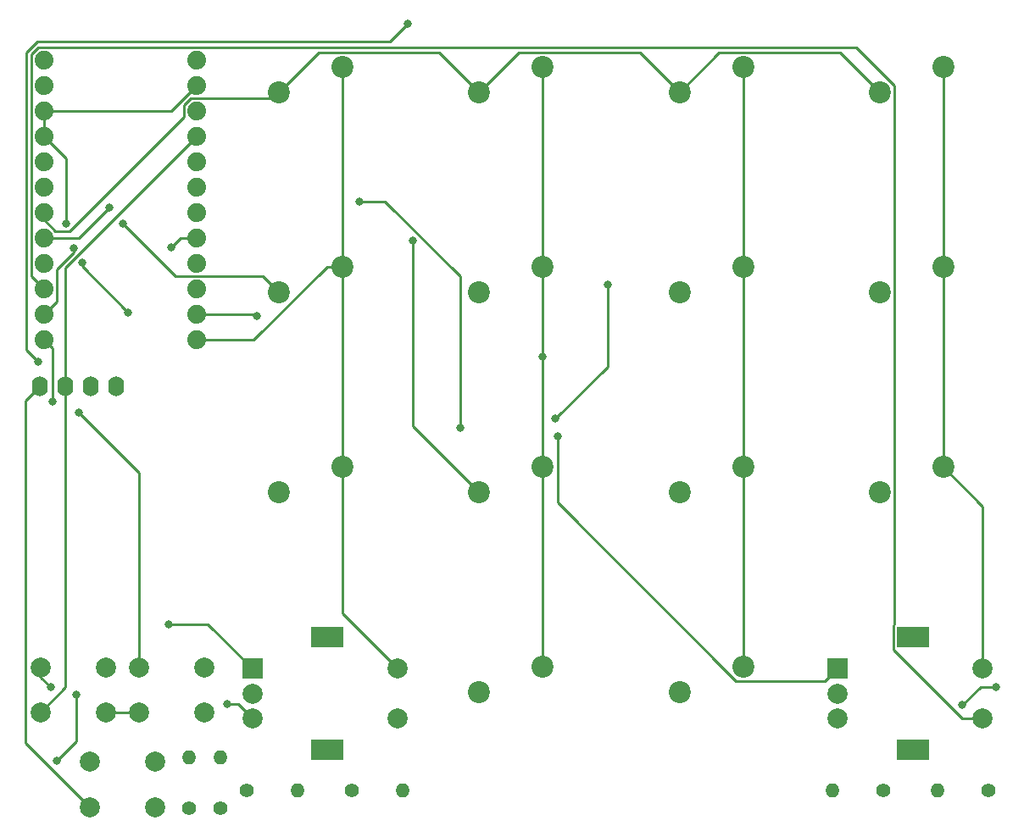
<source format=gbr>
%TF.GenerationSoftware,KiCad,Pcbnew,(5.1.6)-1*%
%TF.CreationDate,2021-03-20T19:14:11-04:00*%
%TF.ProjectId,MacroKeyboard2RotaryEncoders_Mech_with_profiles,4d616372-6f4b-4657-9962-6f6172643252,rev?*%
%TF.SameCoordinates,Original*%
%TF.FileFunction,Copper,L1,Top*%
%TF.FilePolarity,Positive*%
%FSLAX46Y46*%
G04 Gerber Fmt 4.6, Leading zero omitted, Abs format (unit mm)*
G04 Created by KiCad (PCBNEW (5.1.6)-1) date 2021-03-20 19:14:11*
%MOMM*%
%LPD*%
G01*
G04 APERTURE LIST*
%TA.AperFunction,ComponentPad*%
%ADD10C,1.879600*%
%TD*%
%TA.AperFunction,ComponentPad*%
%ADD11O,1.600000X2.000000*%
%TD*%
%TA.AperFunction,ComponentPad*%
%ADD12O,1.400000X1.400000*%
%TD*%
%TA.AperFunction,ComponentPad*%
%ADD13C,1.400000*%
%TD*%
%TA.AperFunction,ComponentPad*%
%ADD14C,2.200000*%
%TD*%
%TA.AperFunction,ComponentPad*%
%ADD15C,2.000000*%
%TD*%
%TA.AperFunction,ComponentPad*%
%ADD16R,3.200000X2.000000*%
%TD*%
%TA.AperFunction,ComponentPad*%
%ADD17R,2.000000X2.000000*%
%TD*%
%TA.AperFunction,ViaPad*%
%ADD18C,0.800000*%
%TD*%
%TA.AperFunction,Conductor*%
%ADD19C,0.250000*%
%TD*%
G04 APERTURE END LIST*
D10*
%TO.P,B1,1*%
%TO.N,Net-(B1-Pad1)*%
X58170000Y-47366400D03*
%TO.P,B1,2*%
%TO.N,Net-(B1-Pad2)*%
X58170000Y-49906400D03*
%TO.P,B1,3*%
%TO.N,GND*%
X58170000Y-52446400D03*
%TO.P,B1,4*%
X58170000Y-54986400D03*
%TO.P,B1,5*%
%TO.N,SDA*%
X58170000Y-57526400D03*
%TO.P,B1,6*%
%TO.N,SCL*%
X58170000Y-60066400D03*
%TO.P,B1,7*%
%TO.N,ROW1*%
X58170000Y-62606400D03*
%TO.P,B1,8*%
%TO.N,ROW2*%
X58170000Y-65146400D03*
%TO.P,B1,9*%
%TO.N,ROW3*%
X58170000Y-67686400D03*
%TO.P,B1,10*%
%TO.N,RE1S1*%
X58170000Y-70226400D03*
%TO.P,B1,11*%
%TO.N,UP*%
X58170000Y-72766400D03*
%TO.P,B1,12*%
%TO.N,DOWN*%
X58170000Y-75306400D03*
%TO.P,B1,13*%
%TO.N,COL1*%
X73410000Y-75306400D03*
%TO.P,B1,14*%
%TO.N,COL2*%
X73410000Y-72766400D03*
%TO.P,B1,15*%
%TO.N,COL3*%
X73410000Y-70226400D03*
%TO.P,B1,16*%
%TO.N,COL4*%
X73410000Y-67686400D03*
%TO.P,B1,17*%
%TO.N,RE1A*%
X73410000Y-65146400D03*
%TO.P,B1,18*%
%TO.N,RE1B*%
X73410000Y-62606400D03*
%TO.P,B1,19*%
%TO.N,RE2A*%
X73410000Y-60066400D03*
%TO.P,B1,20*%
%TO.N,RE2B*%
X73410000Y-57526400D03*
%TO.P,B1,21*%
%TO.N,VCC*%
X73410000Y-54986400D03*
%TO.P,B1,22*%
%TO.N,Net-(B1-Pad22)*%
X73410000Y-52446400D03*
%TO.P,B1,23*%
%TO.N,GND*%
X73410000Y-49906400D03*
%TO.P,B1,24*%
%TO.N,Net-(B1-Pad24)*%
X73410000Y-47366400D03*
%TD*%
D11*
%TO.P,Brd1,4*%
%TO.N,SDA*%
X65417200Y-79976400D03*
%TO.P,Brd1,3*%
%TO.N,SCL*%
X62877200Y-79976400D03*
%TO.P,Brd1,1*%
%TO.N,GND*%
X57797200Y-79976400D03*
%TO.P,Brd1,2*%
%TO.N,VCC*%
X60337200Y-79976400D03*
%TD*%
D12*
%TO.P,R1,2*%
%TO.N,VCC*%
X83518400Y-120304800D03*
D13*
%TO.P,R1,1*%
%TO.N,RE1B*%
X78438400Y-120304800D03*
%TD*%
%TO.P,R2,1*%
%TO.N,RE1A*%
X88959600Y-120306400D03*
D12*
%TO.P,R2,2*%
%TO.N,VCC*%
X94039600Y-120306400D03*
%TD*%
%TO.P,R3,2*%
%TO.N,VCC*%
X136892999Y-120298599D03*
D13*
%TO.P,R3,1*%
%TO.N,RE2B*%
X141972999Y-120298599D03*
%TD*%
%TO.P,R4,1*%
%TO.N,RE2A*%
X152491600Y-120301200D03*
D12*
%TO.P,R4,2*%
%TO.N,VCC*%
X147411600Y-120301200D03*
%TD*%
%TO.P,R5,2*%
%TO.N,VCC*%
X75783801Y-117030999D03*
D13*
%TO.P,R5,1*%
%TO.N,GND*%
X75783801Y-122110999D03*
%TD*%
%TO.P,R6,1*%
%TO.N,GND*%
X72633801Y-122110999D03*
D12*
%TO.P,R6,2*%
%TO.N,VCC*%
X72633801Y-117030999D03*
%TD*%
D14*
%TO.P,SW1,2*%
%TO.N,ROW1*%
X81650000Y-50540000D03*
%TO.P,SW1,1*%
%TO.N,COL1*%
X88000000Y-48000000D03*
%TD*%
%TO.P,SW2,1*%
%TO.N,COL2*%
X108000000Y-48000000D03*
%TO.P,SW2,2*%
%TO.N,ROW1*%
X101650000Y-50540000D03*
%TD*%
%TO.P,SW3,2*%
%TO.N,ROW1*%
X121650000Y-50540000D03*
%TO.P,SW3,1*%
%TO.N,COL3*%
X128000000Y-48000000D03*
%TD*%
%TO.P,SW4,2*%
%TO.N,ROW1*%
X141650000Y-50540000D03*
%TO.P,SW4,1*%
%TO.N,COL4*%
X148000000Y-48000000D03*
%TD*%
%TO.P,SW5,2*%
%TO.N,ROW2*%
X81650000Y-70540000D03*
%TO.P,SW5,1*%
%TO.N,COL1*%
X88000000Y-68000000D03*
%TD*%
%TO.P,SW6,1*%
%TO.N,COL2*%
X108000000Y-68000000D03*
%TO.P,SW6,2*%
%TO.N,ROW2*%
X101650000Y-70540000D03*
%TD*%
%TO.P,SW7,1*%
%TO.N,COL3*%
X128000000Y-68000000D03*
%TO.P,SW7,2*%
%TO.N,ROW2*%
X121650000Y-70540000D03*
%TD*%
%TO.P,SW8,1*%
%TO.N,COL4*%
X148000000Y-68000000D03*
%TO.P,SW8,2*%
%TO.N,ROW2*%
X141650000Y-70540000D03*
%TD*%
%TO.P,SW9,1*%
%TO.N,COL1*%
X88000000Y-88000000D03*
%TO.P,SW9,2*%
%TO.N,ROW3*%
X81650000Y-90540000D03*
%TD*%
%TO.P,SW10,2*%
%TO.N,ROW3*%
X101650000Y-90540000D03*
%TO.P,SW10,1*%
%TO.N,COL2*%
X108000000Y-88000000D03*
%TD*%
%TO.P,SW11,1*%
%TO.N,COL3*%
X128000000Y-88000000D03*
%TO.P,SW11,2*%
%TO.N,ROW3*%
X121650000Y-90540000D03*
%TD*%
%TO.P,SW12,2*%
%TO.N,ROW3*%
X141650000Y-90540000D03*
%TO.P,SW12,1*%
%TO.N,COL4*%
X148000000Y-88000000D03*
%TD*%
D15*
%TO.P,SW13,S1*%
%TO.N,RE1S1*%
X93484800Y-113151600D03*
%TO.P,SW13,S2*%
%TO.N,COL1*%
X93484800Y-108151600D03*
D16*
%TO.P,SW13,MP*%
%TO.N,N/C*%
X86484800Y-116251600D03*
X86484800Y-105051600D03*
D15*
%TO.P,SW13,B*%
%TO.N,RE1B*%
X78984800Y-113151600D03*
%TO.P,SW13,C*%
%TO.N,GND*%
X78984800Y-110651600D03*
D17*
%TO.P,SW13,A*%
%TO.N,RE1A*%
X78984800Y-108151600D03*
%TD*%
D14*
%TO.P,SW14,2*%
%TO.N,RE1S1*%
X101650000Y-110540000D03*
%TO.P,SW14,1*%
%TO.N,COL2*%
X108000000Y-108000000D03*
%TD*%
%TO.P,SW15,1*%
%TO.N,COL3*%
X128000000Y-108000000D03*
%TO.P,SW15,2*%
%TO.N,RE1S1*%
X121650000Y-110540000D03*
%TD*%
D17*
%TO.P,SW16,A*%
%TO.N,RE2A*%
X137438800Y-108151600D03*
D15*
%TO.P,SW16,C*%
%TO.N,GND*%
X137438800Y-110651600D03*
%TO.P,SW16,B*%
%TO.N,RE2B*%
X137438800Y-113151600D03*
D16*
%TO.P,SW16,MP*%
%TO.N,N/C*%
X144938800Y-105051600D03*
X144938800Y-116251600D03*
D15*
%TO.P,SW16,S2*%
%TO.N,COL4*%
X151938800Y-108151600D03*
%TO.P,SW16,S1*%
%TO.N,RE1S1*%
X151938800Y-113151600D03*
%TD*%
%TO.P,SW17,2*%
%TO.N,GND*%
X62750600Y-122000400D03*
%TO.P,SW17,1*%
%TO.N,Net-(B1-Pad22)*%
X62750600Y-117500400D03*
%TO.P,SW17,2*%
%TO.N,GND*%
X69250600Y-122000400D03*
%TO.P,SW17,1*%
%TO.N,Net-(B1-Pad22)*%
X69250600Y-117500400D03*
%TD*%
%TO.P,SW18,1*%
%TO.N,UP*%
X64330400Y-108051600D03*
%TO.P,SW18,2*%
%TO.N,VCC*%
X64330400Y-112551600D03*
%TO.P,SW18,1*%
%TO.N,UP*%
X57830400Y-108051600D03*
%TO.P,SW18,2*%
%TO.N,VCC*%
X57830400Y-112551600D03*
%TD*%
%TO.P,SW19,2*%
%TO.N,VCC*%
X67680000Y-112552400D03*
%TO.P,SW19,1*%
%TO.N,DOWN*%
X67680000Y-108052400D03*
%TO.P,SW19,2*%
%TO.N,VCC*%
X74180000Y-112552400D03*
%TO.P,SW19,1*%
%TO.N,DOWN*%
X74180000Y-108052400D03*
%TD*%
D18*
%TO.N,GND*%
X60350400Y-63703200D03*
%TO.N,ROW2*%
X64719200Y-62128400D03*
X66040000Y-63703200D03*
%TO.N,ROW3*%
X57607200Y-77470000D03*
X94538800Y-43688000D03*
X95046800Y-65379600D03*
%TO.N,UP*%
X58826400Y-110032800D03*
X61417200Y-110744000D03*
X59486800Y-117348000D03*
X66598800Y-72593200D03*
X61976000Y-67564000D03*
X61196347Y-66174747D03*
%TO.N,DOWN*%
X61671200Y-82600800D03*
X59029600Y-81483200D03*
%TO.N,COL2*%
X79400400Y-72898000D03*
X108000000Y-77012000D03*
%TO.N,COL3*%
X114452400Y-69815000D03*
X109220000Y-83210400D03*
%TO.N,RE1A*%
X70866000Y-66090800D03*
X70612000Y-103733600D03*
%TO.N,RE1B*%
X76454000Y-111709200D03*
%TO.N,RE2A*%
X109474000Y-84988400D03*
X99720400Y-84124800D03*
X89662000Y-61468000D03*
%TO.N,RE2B*%
X153263600Y-109982000D03*
X149926599Y-111826599D03*
%TD*%
D19*
%TO.N,GND*%
X58170000Y-52446400D02*
X58170000Y-54986400D01*
X70870000Y-52446400D02*
X73410000Y-49906400D01*
X58170000Y-52446400D02*
X70870000Y-52446400D01*
X60350400Y-57166800D02*
X58170000Y-54986400D01*
X60350400Y-63703200D02*
X60350400Y-57166800D01*
X56350010Y-115599810D02*
X62750600Y-122000400D01*
X56350010Y-81423590D02*
X56350010Y-115599810D01*
X57797200Y-79976400D02*
X56350010Y-81423590D01*
%TO.N,ROW1*%
X97684999Y-46574999D02*
X101650000Y-50540000D01*
X85615001Y-46574999D02*
X97684999Y-46574999D01*
X81650000Y-50540000D02*
X85615001Y-46574999D01*
X117684999Y-46574999D02*
X121650000Y-50540000D01*
X105615001Y-46574999D02*
X117684999Y-46574999D01*
X101650000Y-50540000D02*
X105615001Y-46574999D01*
X137684999Y-46574999D02*
X141650000Y-50540000D01*
X125615001Y-46574999D02*
X137684999Y-46574999D01*
X121650000Y-50540000D02*
X125615001Y-46574999D01*
X81008401Y-51181599D02*
X81650000Y-50540000D01*
X72802895Y-51181599D02*
X81008401Y-51181599D01*
X72145199Y-51839295D02*
X72802895Y-51181599D01*
X72145199Y-53053505D02*
X72145199Y-51839295D01*
X60770503Y-64428201D02*
X72145199Y-53053505D01*
X59323707Y-64428201D02*
X60770503Y-64428201D01*
X58170000Y-63274494D02*
X59323707Y-64428201D01*
X58170000Y-62606400D02*
X58170000Y-63274494D01*
%TO.N,ROW2*%
X58170000Y-65146400D02*
X61701200Y-65146400D01*
X61701200Y-65146400D02*
X64719200Y-62128400D01*
X80071599Y-68961599D02*
X81650000Y-70540000D01*
X71298399Y-68961599D02*
X80071599Y-68961599D01*
X66040000Y-63703200D02*
X71298399Y-68961599D01*
%TO.N,ROW3*%
X95046800Y-83936800D02*
X101650000Y-90540000D01*
X95046800Y-65379600D02*
X95046800Y-83936800D01*
X92710000Y-45516800D02*
X94538800Y-43688000D01*
X57511284Y-45516800D02*
X92710000Y-45516800D01*
X56455190Y-46572894D02*
X57511284Y-45516800D01*
X57607200Y-77470000D02*
X56455190Y-76317990D01*
X56455190Y-76317990D02*
X56455190Y-46572894D01*
%TO.N,RE1S1*%
X149853798Y-113151600D02*
X151938800Y-113151600D01*
X143013799Y-106311601D02*
X149853798Y-113151600D01*
X143075001Y-103730397D02*
X143013799Y-103791599D01*
X143075001Y-49855999D02*
X143075001Y-103730397D01*
X143013799Y-103791599D02*
X143013799Y-106311601D01*
X56905199Y-46759295D02*
X57562895Y-46101599D01*
X139320601Y-46101599D02*
X143075001Y-49855999D01*
X57562895Y-46101599D02*
X139320601Y-46101599D01*
X56905199Y-68961599D02*
X56905199Y-46759295D01*
X58170000Y-70226400D02*
X56905199Y-68961599D01*
%TO.N,UP*%
X57830400Y-108051600D02*
X57830400Y-109036800D01*
X57830400Y-109036800D02*
X58826400Y-110032800D01*
X61417200Y-110744000D02*
X61417200Y-115417600D01*
X61417200Y-115417600D02*
X59486800Y-117348000D01*
X66598800Y-72593200D02*
X61976000Y-67970400D01*
X61976000Y-67970400D02*
X61976000Y-67564000D01*
X59434801Y-71501599D02*
X58170000Y-72766400D01*
X59434801Y-68293505D02*
X59434801Y-71501599D01*
X61196347Y-66531959D02*
X59434801Y-68293505D01*
X61196347Y-66174747D02*
X61196347Y-66531959D01*
%TO.N,DOWN*%
X67680000Y-108052400D02*
X67680000Y-88609600D01*
X67680000Y-88609600D02*
X61671200Y-82600800D01*
X59029600Y-76166000D02*
X58170000Y-75306400D01*
X59029600Y-81483200D02*
X59029600Y-76166000D01*
%TO.N,COL1*%
X88000000Y-48000000D02*
X88000000Y-68000000D01*
X88000000Y-68000000D02*
X88000000Y-88000000D01*
X88000000Y-102666800D02*
X93484800Y-108151600D01*
X88000000Y-88000000D02*
X88000000Y-102666800D01*
X79137966Y-75306400D02*
X73410000Y-75306400D01*
X86444366Y-68000000D02*
X79137966Y-75306400D01*
X88000000Y-68000000D02*
X86444366Y-68000000D01*
%TO.N,COL2*%
X108000000Y-48000000D02*
X108000000Y-68000000D01*
X108000000Y-88000000D02*
X108000000Y-108000000D01*
X73410000Y-72766400D02*
X79268800Y-72766400D01*
X79268800Y-72766400D02*
X79400400Y-72898000D01*
X108000000Y-68000000D02*
X108000000Y-77012000D01*
X108000000Y-77012000D02*
X108000000Y-88000000D01*
%TO.N,COL3*%
X128000000Y-48000000D02*
X128000000Y-68000000D01*
X128000000Y-68000000D02*
X128000000Y-88000000D01*
X128000000Y-88000000D02*
X128000000Y-108000000D01*
X114452400Y-69815000D02*
X114452400Y-77978000D01*
X114452400Y-77978000D02*
X109220000Y-83210400D01*
%TO.N,COL4*%
X151938800Y-91938800D02*
X148000000Y-88000000D01*
X151938800Y-108151600D02*
X151938800Y-91938800D01*
X148000000Y-88000000D02*
X148000000Y-68000000D01*
X148000000Y-68000000D02*
X148000000Y-48000000D01*
%TO.N,RE1A*%
X73410000Y-65146400D02*
X71810400Y-65146400D01*
X71810400Y-65146400D02*
X70866000Y-66090800D01*
X74566800Y-103733600D02*
X78984800Y-108151600D01*
X70612000Y-103733600D02*
X74566800Y-103733600D01*
%TO.N,RE1B*%
X77542400Y-111709200D02*
X78984800Y-113151600D01*
X76454000Y-111709200D02*
X77542400Y-111709200D01*
%TO.N,RE2A*%
X109474000Y-91583002D02*
X109474000Y-84988400D01*
X127315999Y-109425001D02*
X109474000Y-91583002D01*
X137438800Y-108151600D02*
X136165399Y-109425001D01*
X136165399Y-109425001D02*
X127315999Y-109425001D01*
X92208202Y-61468000D02*
X89662000Y-61468000D01*
X99720400Y-84124800D02*
X99720400Y-68980198D01*
X99720400Y-68980198D02*
X92208202Y-61468000D01*
%TO.N,RE2B*%
X151771198Y-109982000D02*
X149926599Y-111826599D01*
X153263600Y-109982000D02*
X151771198Y-109982000D01*
%TO.N,VCC*%
X60337200Y-68059200D02*
X73410000Y-54986400D01*
X60337200Y-79976400D02*
X60337200Y-68059200D01*
X60337200Y-110044800D02*
X57830400Y-112551600D01*
X60337200Y-79976400D02*
X60337200Y-110044800D01*
X64331200Y-112552400D02*
X64330400Y-112551600D01*
X67680000Y-112552400D02*
X64331200Y-112552400D01*
%TD*%
M02*

</source>
